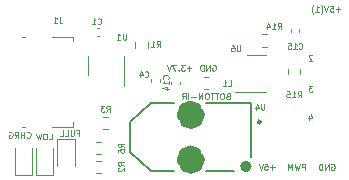
<source format=gbr>
%TF.GenerationSoftware,KiCad,Pcbnew,(6.0.0)*%
%TF.CreationDate,2022-03-25T10:47:18+03:00*%
%TF.ProjectId,SmartTap,536d6172-7454-4617-902e-6b696361645f,1*%
%TF.SameCoordinates,Original*%
%TF.FileFunction,Legend,Bot*%
%TF.FilePolarity,Positive*%
%FSLAX46Y46*%
G04 Gerber Fmt 4.6, Leading zero omitted, Abs format (unit mm)*
G04 Created by KiCad (PCBNEW (6.0.0)) date 2022-03-25 10:47:18*
%MOMM*%
%LPD*%
G01*
G04 APERTURE LIST*
%ADD10C,0.100000*%
%ADD11C,0.120000*%
%ADD12C,0.127000*%
%ADD13C,1.226190*%
%ADD14C,0.472311*%
%ADD15C,0.240000*%
G04 APERTURE END LIST*
D10*
X206246666Y-116636190D02*
X205937142Y-116636190D01*
X206103809Y-116826666D01*
X206032380Y-116826666D01*
X205984761Y-116850476D01*
X205960952Y-116874285D01*
X205937142Y-116921904D01*
X205937142Y-117040952D01*
X205960952Y-117088571D01*
X205984761Y-117112380D01*
X206032380Y-117136190D01*
X206175238Y-117136190D01*
X206222857Y-117112380D01*
X206246666Y-117088571D01*
X197790952Y-114890000D02*
X197838571Y-114866190D01*
X197910000Y-114866190D01*
X197981428Y-114890000D01*
X198029047Y-114937619D01*
X198052857Y-114985238D01*
X198076666Y-115080476D01*
X198076666Y-115151904D01*
X198052857Y-115247142D01*
X198029047Y-115294761D01*
X197981428Y-115342380D01*
X197910000Y-115366190D01*
X197862380Y-115366190D01*
X197790952Y-115342380D01*
X197767142Y-115318571D01*
X197767142Y-115151904D01*
X197862380Y-115151904D01*
X197552857Y-115366190D02*
X197552857Y-114866190D01*
X197267142Y-115366190D01*
X197267142Y-114866190D01*
X197029047Y-115366190D02*
X197029047Y-114866190D01*
X196910000Y-114866190D01*
X196838571Y-114890000D01*
X196790952Y-114937619D01*
X196767142Y-114985238D01*
X196743333Y-115080476D01*
X196743333Y-115151904D01*
X196767142Y-115247142D01*
X196790952Y-115294761D01*
X196838571Y-115342380D01*
X196910000Y-115366190D01*
X197029047Y-115366190D01*
X186315238Y-120644285D02*
X186481904Y-120644285D01*
X186481904Y-120906190D02*
X186481904Y-120406190D01*
X186243809Y-120406190D01*
X186053333Y-120406190D02*
X186053333Y-120810952D01*
X186029523Y-120858571D01*
X186005714Y-120882380D01*
X185958095Y-120906190D01*
X185862857Y-120906190D01*
X185815238Y-120882380D01*
X185791428Y-120858571D01*
X185767619Y-120810952D01*
X185767619Y-120406190D01*
X185291428Y-120906190D02*
X185529523Y-120906190D01*
X185529523Y-120406190D01*
X184886666Y-120906190D02*
X185124761Y-120906190D01*
X185124761Y-120406190D01*
X196010000Y-115175714D02*
X195629047Y-115175714D01*
X195819523Y-115366190D02*
X195819523Y-114985238D01*
X195438571Y-114866190D02*
X195129047Y-114866190D01*
X195295714Y-115056666D01*
X195224285Y-115056666D01*
X195176666Y-115080476D01*
X195152857Y-115104285D01*
X195129047Y-115151904D01*
X195129047Y-115270952D01*
X195152857Y-115318571D01*
X195176666Y-115342380D01*
X195224285Y-115366190D01*
X195367142Y-115366190D01*
X195414761Y-115342380D01*
X195438571Y-115318571D01*
X194914761Y-115318571D02*
X194890952Y-115342380D01*
X194914761Y-115366190D01*
X194938571Y-115342380D01*
X194914761Y-115318571D01*
X194914761Y-115366190D01*
X194724285Y-114866190D02*
X194390952Y-114866190D01*
X194605238Y-115366190D01*
X194271904Y-114866190D02*
X194105238Y-115366190D01*
X193938571Y-114866190D01*
X206212857Y-114073809D02*
X206189047Y-114050000D01*
X206141428Y-114026190D01*
X206022380Y-114026190D01*
X205974761Y-114050000D01*
X205950952Y-114073809D01*
X205927142Y-114121428D01*
X205927142Y-114169047D01*
X205950952Y-114240476D01*
X206236666Y-114526190D01*
X205927142Y-114526190D01*
X199083333Y-117524285D02*
X199011904Y-117548095D01*
X198988095Y-117571904D01*
X198964285Y-117619523D01*
X198964285Y-117690952D01*
X198988095Y-117738571D01*
X199011904Y-117762380D01*
X199059523Y-117786190D01*
X199250000Y-117786190D01*
X199250000Y-117286190D01*
X199083333Y-117286190D01*
X199035714Y-117310000D01*
X199011904Y-117333809D01*
X198988095Y-117381428D01*
X198988095Y-117429047D01*
X199011904Y-117476666D01*
X199035714Y-117500476D01*
X199083333Y-117524285D01*
X199250000Y-117524285D01*
X198654761Y-117286190D02*
X198559523Y-117286190D01*
X198511904Y-117310000D01*
X198464285Y-117357619D01*
X198440476Y-117452857D01*
X198440476Y-117619523D01*
X198464285Y-117714761D01*
X198511904Y-117762380D01*
X198559523Y-117786190D01*
X198654761Y-117786190D01*
X198702380Y-117762380D01*
X198750000Y-117714761D01*
X198773809Y-117619523D01*
X198773809Y-117452857D01*
X198750000Y-117357619D01*
X198702380Y-117310000D01*
X198654761Y-117286190D01*
X198297619Y-117286190D02*
X198011904Y-117286190D01*
X198154761Y-117786190D02*
X198154761Y-117286190D01*
X197916666Y-117286190D02*
X197630952Y-117286190D01*
X197773809Y-117786190D02*
X197773809Y-117286190D01*
X197369047Y-117286190D02*
X197273809Y-117286190D01*
X197226190Y-117310000D01*
X197178571Y-117357619D01*
X197154761Y-117452857D01*
X197154761Y-117619523D01*
X197178571Y-117714761D01*
X197226190Y-117762380D01*
X197273809Y-117786190D01*
X197369047Y-117786190D01*
X197416666Y-117762380D01*
X197464285Y-117714761D01*
X197488095Y-117619523D01*
X197488095Y-117452857D01*
X197464285Y-117357619D01*
X197416666Y-117310000D01*
X197369047Y-117286190D01*
X196940476Y-117786190D02*
X196940476Y-117286190D01*
X196773809Y-117643333D01*
X196607142Y-117286190D01*
X196607142Y-117786190D01*
X196369047Y-117595714D02*
X195988095Y-117595714D01*
X195750000Y-117786190D02*
X195750000Y-117286190D01*
X195226190Y-117786190D02*
X195392857Y-117548095D01*
X195511904Y-117786190D02*
X195511904Y-117286190D01*
X195321428Y-117286190D01*
X195273809Y-117310000D01*
X195250000Y-117333809D01*
X195226190Y-117381428D01*
X195226190Y-117452857D01*
X195250000Y-117500476D01*
X195273809Y-117524285D01*
X195321428Y-117548095D01*
X195511904Y-117548095D01*
X205984761Y-119232857D02*
X205984761Y-119566190D01*
X206103809Y-119042380D02*
X206222857Y-119399523D01*
X205913333Y-119399523D01*
X207850952Y-123300000D02*
X207898571Y-123276190D01*
X207970000Y-123276190D01*
X208041428Y-123300000D01*
X208089047Y-123347619D01*
X208112857Y-123395238D01*
X208136666Y-123490476D01*
X208136666Y-123561904D01*
X208112857Y-123657142D01*
X208089047Y-123704761D01*
X208041428Y-123752380D01*
X207970000Y-123776190D01*
X207922380Y-123776190D01*
X207850952Y-123752380D01*
X207827142Y-123728571D01*
X207827142Y-123561904D01*
X207922380Y-123561904D01*
X207612857Y-123776190D02*
X207612857Y-123276190D01*
X207327142Y-123776190D01*
X207327142Y-123276190D01*
X207089047Y-123776190D02*
X207089047Y-123276190D01*
X206970000Y-123276190D01*
X206898571Y-123300000D01*
X206850952Y-123347619D01*
X206827142Y-123395238D01*
X206803333Y-123490476D01*
X206803333Y-123561904D01*
X206827142Y-123657142D01*
X206850952Y-123704761D01*
X206898571Y-123752380D01*
X206970000Y-123776190D01*
X207089047Y-123776190D01*
X203052857Y-123565714D02*
X202671904Y-123565714D01*
X202862380Y-123756190D02*
X202862380Y-123375238D01*
X202195714Y-123256190D02*
X202433809Y-123256190D01*
X202457619Y-123494285D01*
X202433809Y-123470476D01*
X202386190Y-123446666D01*
X202267142Y-123446666D01*
X202219523Y-123470476D01*
X202195714Y-123494285D01*
X202171904Y-123541904D01*
X202171904Y-123660952D01*
X202195714Y-123708571D01*
X202219523Y-123732380D01*
X202267142Y-123756190D01*
X202386190Y-123756190D01*
X202433809Y-123732380D01*
X202457619Y-123708571D01*
X202029047Y-123256190D02*
X201862380Y-123756190D01*
X201695714Y-123256190D01*
X183932857Y-121196190D02*
X184170952Y-121196190D01*
X184170952Y-120696190D01*
X183670952Y-120696190D02*
X183575714Y-120696190D01*
X183528095Y-120720000D01*
X183480476Y-120767619D01*
X183456666Y-120862857D01*
X183456666Y-121029523D01*
X183480476Y-121124761D01*
X183528095Y-121172380D01*
X183575714Y-121196190D01*
X183670952Y-121196190D01*
X183718571Y-121172380D01*
X183766190Y-121124761D01*
X183790000Y-121029523D01*
X183790000Y-120862857D01*
X183766190Y-120767619D01*
X183718571Y-120720000D01*
X183670952Y-120696190D01*
X183290000Y-120696190D02*
X183170952Y-121196190D01*
X183075714Y-120839047D01*
X182980476Y-121196190D01*
X182861428Y-120696190D01*
X182077142Y-121008571D02*
X182100952Y-121032380D01*
X182172380Y-121056190D01*
X182220000Y-121056190D01*
X182291428Y-121032380D01*
X182339047Y-120984761D01*
X182362857Y-120937142D01*
X182386666Y-120841904D01*
X182386666Y-120770476D01*
X182362857Y-120675238D01*
X182339047Y-120627619D01*
X182291428Y-120580000D01*
X182220000Y-120556190D01*
X182172380Y-120556190D01*
X182100952Y-120580000D01*
X182077142Y-120603809D01*
X181862857Y-121056190D02*
X181862857Y-120556190D01*
X181862857Y-120794285D02*
X181577142Y-120794285D01*
X181577142Y-121056190D02*
X181577142Y-120556190D01*
X181053333Y-121056190D02*
X181220000Y-120818095D01*
X181339047Y-121056190D02*
X181339047Y-120556190D01*
X181148571Y-120556190D01*
X181100952Y-120580000D01*
X181077142Y-120603809D01*
X181053333Y-120651428D01*
X181053333Y-120722857D01*
X181077142Y-120770476D01*
X181100952Y-120794285D01*
X181148571Y-120818095D01*
X181339047Y-120818095D01*
X180577142Y-120580000D02*
X180624761Y-120556190D01*
X180696190Y-120556190D01*
X180767619Y-120580000D01*
X180815238Y-120627619D01*
X180839047Y-120675238D01*
X180862857Y-120770476D01*
X180862857Y-120841904D01*
X180839047Y-120937142D01*
X180815238Y-120984761D01*
X180767619Y-121032380D01*
X180696190Y-121056190D01*
X180648571Y-121056190D01*
X180577142Y-121032380D01*
X180553333Y-121008571D01*
X180553333Y-120841904D01*
X180648571Y-120841904D01*
X208624285Y-110185714D02*
X208243333Y-110185714D01*
X208433809Y-110376190D02*
X208433809Y-109995238D01*
X207767142Y-109876190D02*
X208005238Y-109876190D01*
X208029047Y-110114285D01*
X208005238Y-110090476D01*
X207957619Y-110066666D01*
X207838571Y-110066666D01*
X207790952Y-110090476D01*
X207767142Y-110114285D01*
X207743333Y-110161904D01*
X207743333Y-110280952D01*
X207767142Y-110328571D01*
X207790952Y-110352380D01*
X207838571Y-110376190D01*
X207957619Y-110376190D01*
X208005238Y-110352380D01*
X208029047Y-110328571D01*
X207600476Y-109876190D02*
X207433809Y-110376190D01*
X207267142Y-109876190D01*
X206957619Y-110566666D02*
X206981428Y-110542857D01*
X207029047Y-110471428D01*
X207052857Y-110423809D01*
X207076666Y-110352380D01*
X207100476Y-110233333D01*
X207100476Y-110138095D01*
X207076666Y-110019047D01*
X207052857Y-109947619D01*
X207029047Y-109900000D01*
X206981428Y-109828571D01*
X206957619Y-109804761D01*
X206505238Y-110376190D02*
X206790952Y-110376190D01*
X206648095Y-110376190D02*
X206648095Y-109876190D01*
X206695714Y-109947619D01*
X206743333Y-109995238D01*
X206790952Y-110019047D01*
X206338571Y-110566666D02*
X206314761Y-110542857D01*
X206267142Y-110471428D01*
X206243333Y-110423809D01*
X206219523Y-110352380D01*
X206195714Y-110233333D01*
X206195714Y-110138095D01*
X206219523Y-110019047D01*
X206243333Y-109947619D01*
X206267142Y-109900000D01*
X206314761Y-109828571D01*
X206338571Y-109804761D01*
X205622380Y-123776190D02*
X205622380Y-123276190D01*
X205431904Y-123276190D01*
X205384285Y-123300000D01*
X205360476Y-123323809D01*
X205336666Y-123371428D01*
X205336666Y-123442857D01*
X205360476Y-123490476D01*
X205384285Y-123514285D01*
X205431904Y-123538095D01*
X205622380Y-123538095D01*
X205170000Y-123276190D02*
X205050952Y-123776190D01*
X204955714Y-123419047D01*
X204860476Y-123776190D01*
X204741428Y-123276190D01*
X204550952Y-123776190D02*
X204550952Y-123276190D01*
X204384285Y-123633333D01*
X204217619Y-123276190D01*
X204217619Y-123776190D01*
%TO.C,U6*%
X200159246Y-113231984D02*
X200159246Y-113636746D01*
X200135436Y-113684365D01*
X200111627Y-113708174D01*
X200064008Y-113731984D01*
X199968770Y-113731984D01*
X199921151Y-113708174D01*
X199897341Y-113684365D01*
X199873532Y-113636746D01*
X199873532Y-113231984D01*
X199421151Y-113231984D02*
X199516389Y-113231984D01*
X199564008Y-113255794D01*
X199587817Y-113279603D01*
X199635436Y-113351032D01*
X199659246Y-113446270D01*
X199659246Y-113636746D01*
X199635436Y-113684365D01*
X199611627Y-113708174D01*
X199564008Y-113731984D01*
X199468770Y-113731984D01*
X199421151Y-113708174D01*
X199397341Y-113684365D01*
X199373532Y-113636746D01*
X199373532Y-113517698D01*
X199397341Y-113470079D01*
X199421151Y-113446270D01*
X199468770Y-113422460D01*
X199564008Y-113422460D01*
X199611627Y-113446270D01*
X199635436Y-113470079D01*
X199659246Y-113517698D01*
%TO.C,R6*%
X190304484Y-121822460D02*
X190066389Y-121655794D01*
X190304484Y-121536746D02*
X189804484Y-121536746D01*
X189804484Y-121727222D01*
X189828294Y-121774841D01*
X189852103Y-121798651D01*
X189899722Y-121822460D01*
X189971151Y-121822460D01*
X190018770Y-121798651D01*
X190042579Y-121774841D01*
X190066389Y-121727222D01*
X190066389Y-121536746D01*
X189804484Y-122251032D02*
X189804484Y-122155794D01*
X189828294Y-122108174D01*
X189852103Y-122084365D01*
X189923532Y-122036746D01*
X190018770Y-122012936D01*
X190209246Y-122012936D01*
X190256865Y-122036746D01*
X190280674Y-122060555D01*
X190304484Y-122108174D01*
X190304484Y-122203413D01*
X190280674Y-122251032D01*
X190256865Y-122274841D01*
X190209246Y-122298651D01*
X190090198Y-122298651D01*
X190042579Y-122274841D01*
X190018770Y-122251032D01*
X189994960Y-122203413D01*
X189994960Y-122108174D01*
X190018770Y-122060555D01*
X190042579Y-122036746D01*
X190090198Y-122012936D01*
%TO.C,R14*%
X203299722Y-111831984D02*
X203466389Y-111593889D01*
X203585436Y-111831984D02*
X203585436Y-111331984D01*
X203394960Y-111331984D01*
X203347341Y-111355794D01*
X203323532Y-111379603D01*
X203299722Y-111427222D01*
X203299722Y-111498651D01*
X203323532Y-111546270D01*
X203347341Y-111570079D01*
X203394960Y-111593889D01*
X203585436Y-111593889D01*
X202823532Y-111831984D02*
X203109246Y-111831984D01*
X202966389Y-111831984D02*
X202966389Y-111331984D01*
X203014008Y-111403413D01*
X203061627Y-111451032D01*
X203109246Y-111474841D01*
X202394960Y-111498651D02*
X202394960Y-111831984D01*
X202514008Y-111308174D02*
X202633055Y-111665317D01*
X202323532Y-111665317D01*
%TO.C,R2*%
X190304484Y-123422460D02*
X190066389Y-123255794D01*
X190304484Y-123136746D02*
X189804484Y-123136746D01*
X189804484Y-123327222D01*
X189828294Y-123374841D01*
X189852103Y-123398651D01*
X189899722Y-123422460D01*
X189971151Y-123422460D01*
X190018770Y-123398651D01*
X190042579Y-123374841D01*
X190066389Y-123327222D01*
X190066389Y-123136746D01*
X189852103Y-123612936D02*
X189828294Y-123636746D01*
X189804484Y-123684365D01*
X189804484Y-123803413D01*
X189828294Y-123851032D01*
X189852103Y-123874841D01*
X189899722Y-123898651D01*
X189947341Y-123898651D01*
X190018770Y-123874841D01*
X190304484Y-123589127D01*
X190304484Y-123898651D01*
%TO.C,U4*%
X202190952Y-118176190D02*
X202190952Y-118580952D01*
X202167142Y-118628571D01*
X202143333Y-118652380D01*
X202095714Y-118676190D01*
X202000476Y-118676190D01*
X201952857Y-118652380D01*
X201929047Y-118628571D01*
X201905238Y-118580952D01*
X201905238Y-118176190D01*
X201452857Y-118342857D02*
X201452857Y-118676190D01*
X201571904Y-118152380D02*
X201690952Y-118509523D01*
X201381428Y-118509523D01*
%TO.C,J1*%
X184844960Y-110831984D02*
X184844960Y-111189127D01*
X184868770Y-111260555D01*
X184916389Y-111308174D01*
X184987817Y-111331984D01*
X185035436Y-111331984D01*
X184344960Y-111331984D02*
X184630674Y-111331984D01*
X184487817Y-111331984D02*
X184487817Y-110831984D01*
X184535436Y-110903413D01*
X184583055Y-110951032D01*
X184630674Y-110974841D01*
%TO.C,C1*%
X188061627Y-111384365D02*
X188085436Y-111408174D01*
X188156865Y-111431984D01*
X188204484Y-111431984D01*
X188275913Y-111408174D01*
X188323532Y-111360555D01*
X188347341Y-111312936D01*
X188371151Y-111217698D01*
X188371151Y-111146270D01*
X188347341Y-111051032D01*
X188323532Y-111003413D01*
X188275913Y-110955794D01*
X188204484Y-110931984D01*
X188156865Y-110931984D01*
X188085436Y-110955794D01*
X188061627Y-110979603D01*
X187585436Y-111431984D02*
X187871151Y-111431984D01*
X187728294Y-111431984D02*
X187728294Y-110931984D01*
X187775913Y-111003413D01*
X187823532Y-111051032D01*
X187871151Y-111074841D01*
%TO.C,C4*%
X192061627Y-115884365D02*
X192085436Y-115908174D01*
X192156865Y-115931984D01*
X192204484Y-115931984D01*
X192275913Y-115908174D01*
X192323532Y-115860555D01*
X192347341Y-115812936D01*
X192371151Y-115717698D01*
X192371151Y-115646270D01*
X192347341Y-115551032D01*
X192323532Y-115503413D01*
X192275913Y-115455794D01*
X192204484Y-115431984D01*
X192156865Y-115431984D01*
X192085436Y-115455794D01*
X192061627Y-115479603D01*
X191633055Y-115598651D02*
X191633055Y-115931984D01*
X191752103Y-115408174D02*
X191871151Y-115765317D01*
X191561627Y-115765317D01*
%TO.C,C14*%
X194028571Y-116058571D02*
X194052380Y-116034761D01*
X194076190Y-115963333D01*
X194076190Y-115915714D01*
X194052380Y-115844285D01*
X194004761Y-115796666D01*
X193957142Y-115772857D01*
X193861904Y-115749047D01*
X193790476Y-115749047D01*
X193695238Y-115772857D01*
X193647619Y-115796666D01*
X193600000Y-115844285D01*
X193576190Y-115915714D01*
X193576190Y-115963333D01*
X193600000Y-116034761D01*
X193623809Y-116058571D01*
X194076190Y-116534761D02*
X194076190Y-116249047D01*
X194076190Y-116391904D02*
X193576190Y-116391904D01*
X193647619Y-116344285D01*
X193695238Y-116296666D01*
X193719047Y-116249047D01*
X193742857Y-116963333D02*
X194076190Y-116963333D01*
X193552380Y-116844285D02*
X193909523Y-116725238D01*
X193909523Y-117034761D01*
%TO.C,U1*%
X190459246Y-112231984D02*
X190459246Y-112636746D01*
X190435436Y-112684365D01*
X190411627Y-112708174D01*
X190364008Y-112731984D01*
X190268770Y-112731984D01*
X190221151Y-112708174D01*
X190197341Y-112684365D01*
X190173532Y-112636746D01*
X190173532Y-112231984D01*
X189673532Y-112731984D02*
X189959246Y-112731984D01*
X189816389Y-112731984D02*
X189816389Y-112231984D01*
X189864008Y-112303413D01*
X189911627Y-112351032D01*
X189959246Y-112374841D01*
%TO.C,R1*%
X193061627Y-113331984D02*
X193228294Y-113093889D01*
X193347341Y-113331984D02*
X193347341Y-112831984D01*
X193156865Y-112831984D01*
X193109246Y-112855794D01*
X193085436Y-112879603D01*
X193061627Y-112927222D01*
X193061627Y-112998651D01*
X193085436Y-113046270D01*
X193109246Y-113070079D01*
X193156865Y-113093889D01*
X193347341Y-113093889D01*
X192585436Y-113331984D02*
X192871151Y-113331984D01*
X192728294Y-113331984D02*
X192728294Y-112831984D01*
X192775913Y-112903413D01*
X192823532Y-112951032D01*
X192871151Y-112974841D01*
%TO.C,C15*%
X205099722Y-113484365D02*
X205123532Y-113508174D01*
X205194960Y-113531984D01*
X205242579Y-113531984D01*
X205314008Y-113508174D01*
X205361627Y-113460555D01*
X205385436Y-113412936D01*
X205409246Y-113317698D01*
X205409246Y-113246270D01*
X205385436Y-113151032D01*
X205361627Y-113103413D01*
X205314008Y-113055794D01*
X205242579Y-113031984D01*
X205194960Y-113031984D01*
X205123532Y-113055794D01*
X205099722Y-113079603D01*
X204623532Y-113531984D02*
X204909246Y-113531984D01*
X204766389Y-113531984D02*
X204766389Y-113031984D01*
X204814008Y-113103413D01*
X204861627Y-113151032D01*
X204909246Y-113174841D01*
X204171151Y-113031984D02*
X204409246Y-113031984D01*
X204433055Y-113270079D01*
X204409246Y-113246270D01*
X204361627Y-113222460D01*
X204242579Y-113222460D01*
X204194960Y-113246270D01*
X204171151Y-113270079D01*
X204147341Y-113317698D01*
X204147341Y-113436746D01*
X204171151Y-113484365D01*
X204194960Y-113508174D01*
X204242579Y-113531984D01*
X204361627Y-113531984D01*
X204409246Y-113508174D01*
X204433055Y-113484365D01*
%TO.C,R15*%
X204999722Y-117631984D02*
X205166389Y-117393889D01*
X205285436Y-117631984D02*
X205285436Y-117131984D01*
X205094960Y-117131984D01*
X205047341Y-117155794D01*
X205023532Y-117179603D01*
X204999722Y-117227222D01*
X204999722Y-117298651D01*
X205023532Y-117346270D01*
X205047341Y-117370079D01*
X205094960Y-117393889D01*
X205285436Y-117393889D01*
X204523532Y-117631984D02*
X204809246Y-117631984D01*
X204666389Y-117631984D02*
X204666389Y-117131984D01*
X204714008Y-117203413D01*
X204761627Y-117251032D01*
X204809246Y-117274841D01*
X204071151Y-117131984D02*
X204309246Y-117131984D01*
X204333055Y-117370079D01*
X204309246Y-117346270D01*
X204261627Y-117322460D01*
X204142579Y-117322460D01*
X204094960Y-117346270D01*
X204071151Y-117370079D01*
X204047341Y-117417698D01*
X204047341Y-117536746D01*
X204071151Y-117584365D01*
X204094960Y-117608174D01*
X204142579Y-117631984D01*
X204261627Y-117631984D01*
X204309246Y-117608174D01*
X204333055Y-117584365D01*
%TO.C,L1*%
X199093333Y-116696190D02*
X199331428Y-116696190D01*
X199331428Y-116196190D01*
X198664761Y-116696190D02*
X198950476Y-116696190D01*
X198807619Y-116696190D02*
X198807619Y-116196190D01*
X198855238Y-116267619D01*
X198902857Y-116315238D01*
X198950476Y-116339047D01*
%TO.C,R3*%
X188811627Y-118831984D02*
X188978294Y-118593889D01*
X189097341Y-118831984D02*
X189097341Y-118331984D01*
X188906865Y-118331984D01*
X188859246Y-118355794D01*
X188835436Y-118379603D01*
X188811627Y-118427222D01*
X188811627Y-118498651D01*
X188835436Y-118546270D01*
X188859246Y-118570079D01*
X188906865Y-118593889D01*
X189097341Y-118593889D01*
X188644960Y-118331984D02*
X188335436Y-118331984D01*
X188502103Y-118522460D01*
X188430674Y-118522460D01*
X188383055Y-118546270D01*
X188359246Y-118570079D01*
X188335436Y-118617698D01*
X188335436Y-118736746D01*
X188359246Y-118784365D01*
X188383055Y-118808174D01*
X188430674Y-118831984D01*
X188573532Y-118831984D01*
X188621151Y-118808174D01*
X188644960Y-118784365D01*
D11*
%TO.C,D2*%
X184643294Y-121120794D02*
X186113294Y-121120794D01*
X186113294Y-121120794D02*
X186113294Y-123405794D01*
X184643294Y-123405794D02*
X184643294Y-121120794D01*
%TO.C,U6*%
X201478294Y-114045794D02*
X200678294Y-114045794D01*
X201478294Y-117165794D02*
X199678294Y-117165794D01*
X201478294Y-117165794D02*
X202278294Y-117165794D01*
X201478294Y-114045794D02*
X202278294Y-114045794D01*
%TO.C,R6*%
X187916036Y-122983294D02*
X188390552Y-122983294D01*
X187916036Y-124028294D02*
X188390552Y-124028294D01*
%TO.C,R14*%
X201941036Y-112283294D02*
X202415552Y-112283294D01*
X201941036Y-113328294D02*
X202415552Y-113328294D01*
%TO.C,R2*%
X187916036Y-121383294D02*
X188390552Y-121383294D01*
X187916036Y-122428294D02*
X188390552Y-122428294D01*
D12*
%TO.C,U4*%
X190845794Y-122255794D02*
X192545794Y-123905794D01*
X192545794Y-118105794D02*
X190845794Y-119755794D01*
X192545794Y-123905794D02*
X194545794Y-123905794D01*
X197245794Y-123905794D02*
X199645794Y-123905794D01*
X194545794Y-118105794D02*
X192545794Y-118105794D01*
X190845794Y-119755794D02*
X190845794Y-122255794D01*
X201045794Y-122705794D02*
X201045794Y-118105794D01*
X201045794Y-118105794D02*
X197245794Y-118105794D01*
D13*
X196558889Y-119105794D02*
G75*
G03*
X196558889Y-119105794I-613095J0D01*
G01*
D14*
X200851949Y-123475794D02*
G75*
G03*
X200851949Y-123475794I-236155J0D01*
G01*
D15*
X201865794Y-119705794D02*
G75*
G03*
X201865794Y-119705794I-120000J0D01*
G01*
D13*
X196558889Y-122905794D02*
G75*
G03*
X196558889Y-122905794I-613095J0D01*
G01*
D11*
%TO.C,J1*%
X184218294Y-120115794D02*
X185988294Y-120115794D01*
X185988294Y-120115794D02*
X185988294Y-119735794D01*
X181938294Y-112495794D02*
X181678294Y-112495794D01*
X185988294Y-112495794D02*
X184218294Y-112495794D01*
X181678294Y-120115794D02*
X181938294Y-120115794D01*
X185988294Y-112495794D02*
X185988294Y-112875794D01*
%TO.C,C1*%
X188186130Y-111745794D02*
X187970458Y-111745794D01*
X188186130Y-112465794D02*
X187970458Y-112465794D01*
%TO.C,C4*%
X192618294Y-116097958D02*
X192618294Y-116313630D01*
X193338294Y-116097958D02*
X193338294Y-116313630D01*
%TO.C,D1*%
X181043294Y-124203294D02*
X181043294Y-121918294D01*
X182513294Y-121918294D02*
X182513294Y-124203294D01*
X182513294Y-124203294D02*
X181043294Y-124203294D01*
%TO.C,C14*%
X195038294Y-116297958D02*
X195038294Y-116513630D01*
X194318294Y-116297958D02*
X194318294Y-116513630D01*
%TO.C,U1*%
X190338294Y-114905794D02*
X190338294Y-116705794D01*
X187218294Y-114905794D02*
X187218294Y-114105794D01*
X187218294Y-114905794D02*
X187218294Y-115705794D01*
X190338294Y-114905794D02*
X190338294Y-114105794D01*
%TO.C,R1*%
X191255794Y-112968536D02*
X191255794Y-113443052D01*
X192300794Y-112968536D02*
X192300794Y-113443052D01*
%TO.C,C15*%
X205138294Y-111877958D02*
X205138294Y-112093630D01*
X204418294Y-111877958D02*
X204418294Y-112093630D01*
%TO.C,D4*%
X184300794Y-124178294D02*
X182830794Y-124178294D01*
X182830794Y-124178294D02*
X182830794Y-121893294D01*
X184300794Y-121893294D02*
X184300794Y-124178294D01*
%TO.C,R15*%
X204155794Y-115193536D02*
X204155794Y-115668052D01*
X205200794Y-115193536D02*
X205200794Y-115668052D01*
%TO.C,L1*%
X197103015Y-115895794D02*
X197428573Y-115895794D01*
X197103015Y-116915794D02*
X197428573Y-116915794D01*
%TO.C,R3*%
X188491036Y-119283294D02*
X188965552Y-119283294D01*
X188491036Y-120328294D02*
X188965552Y-120328294D01*
%TD*%
M02*

</source>
